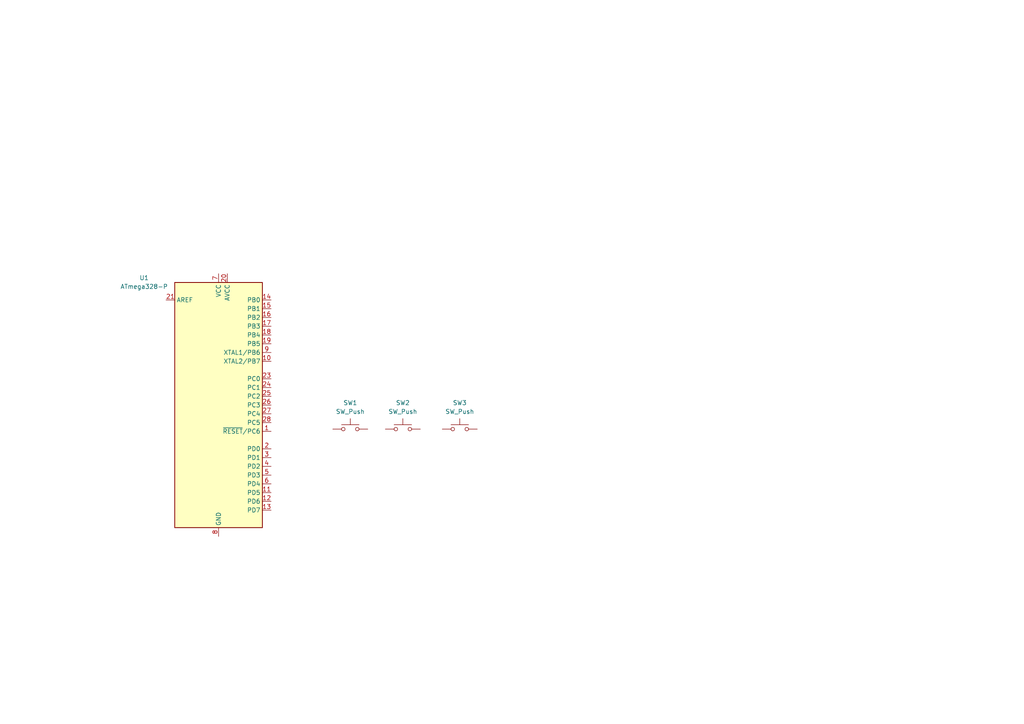
<source format=kicad_sch>
(kicad_sch (version 20250114) (generator "eeschema") (generator_version "9.0")
  (paper "A4")
  (lib_symbols
    (symbol "MCU_Microchip_ATmega:ATmega328-P"
      (property "Reference" "U" (at -12.7 36.83 0))
      (property "Value" "ATmega328-P" (at 2.54 -36.83 0))
      (symbol "ATmega328-P_0_1"
        (rectangle (start -12.7 -35.56) (end 12.7 35.56) (stroke (width 0.254)) (fill (type background)))
      )
      (symbol "ATmega328-P_1_1"
        (pin passive line (at -15.24 30.48 0) (length 2.54) (name "AREF") (number "21"))
        (pin power_in line (at 0 38.1 270) (length 2.54) (name "VCC") (number "7"))
        (pin passive line (at 0 -38.1 90) (length 2.54) (hide yes) (name "GND") (number "22"))
        (pin power_in line (at 0 -38.1 90) (length 2.54) (name "GND") (number "8"))
        (pin power_in line (at 2.54 38.1 270) (length 2.54) (name "AVCC") (number "20"))
        (pin bidirectional line (at 15.24 30.48 180) (length 2.54) (name "PB0") (number "14"))
        (pin bidirectional line (at 15.24 27.94 180) (length 2.54) (name "PB1") (number "15"))
        (pin bidirectional line (at 15.24 25.4 180) (length 2.54) (name "PB2") (number "16"))
        (pin bidirectional line (at 15.24 22.86 180) (length 2.54) (name "PB3") (number "17"))
        (pin bidirectional line (at 15.24 20.32 180) (length 2.54) (name "PB4") (number "18"))
        (pin bidirectional line (at 15.24 17.78 180) (length 2.54) (name "PB5") (number "19"))
        (pin bidirectional line (at 15.24 15.24 180) (length 2.54) (name "XTAL1/PB6") (number "9"))
        (pin bidirectional line (at 15.24 12.7 180) (length 2.54) (name "XTAL2/PB7") (number "10"))
        (pin bidirectional line (at 15.24 7.62 180) (length 2.54) (name "PC0") (number "23"))
        (pin bidirectional line (at 15.24 5.08 180) (length 2.54) (name "PC1") (number "24"))
        (pin bidirectional line (at 15.24 2.54 180) (length 2.54) (name "PC2") (number "25"))
        (pin bidirectional line (at 15.24 0 180) (length 2.54) (name "PC3") (number "26"))
        (pin bidirectional line (at 15.24 -2.54 180) (length 2.54) (name "PC4") (number "27"))
        (pin bidirectional line (at 15.24 -5.08 180) (length 2.54) (name "PC5") (number "28"))
        (pin bidirectional line (at 15.24 -7.62 180) (length 2.54) (name "~{RESET}/PC6") (number "1"))
        (pin bidirectional line (at 15.24 -12.7 180) (length 2.54) (name "PD0") (number "2"))
        (pin bidirectional line (at 15.24 -15.24 180) (length 2.54) (name "PD1") (number "3"))
        (pin bidirectional line (at 15.24 -17.78 180) (length 2.54) (name "PD2") (number "4"))
        (pin bidirectional line (at 15.24 -20.32 180) (length 2.54) (name "PD3") (number "5"))
        (pin bidirectional line (at 15.24 -22.86 180) (length 2.54) (name "PD4") (number "6"))
        (pin bidirectional line (at 15.24 -25.4 180) (length 2.54) (name "PD5") (number "11"))
        (pin bidirectional line (at 15.24 -27.94 180) (length 2.54) (name "PD6") (number "12"))
        (pin bidirectional line (at 15.24 -30.48 180) (length 2.54) (name "PD7") (number "13"))
      )
    )
    (symbol "Switch:SW_Push" (pin_numbers (hide yes)) (pin_names (offset 1.016) (hide yes))
      (property "Reference" "SW" (at 1.27 2.54 0))
      (property "Value" "SW_Push" (at 0 -1.524 0))
      (symbol "SW_Push_0_1"
        (circle (center -2.032 0) (radius 0.508))
        (polyline (pts (xy 0 1.27) (xy 0 3.048)))
        (circle (center 2.032 0) (radius 0.508))
        (polyline (pts (xy 2.54 1.27) (xy -2.54 1.27)))
        (pin passive line (at -5.08 0 0) (length 2.54) (name "1") (number "1"))
        (pin passive line (at 5.08 0 180) (length 2.54) (name "2") (number "2"))
      )
    )
  )
  (symbol (lib_id "Switch:SW_Push") (at 133.35 124.46 0) (unit 1)
    (property "Reference" "SW3" (at 133.35 116.84 0))
    (property "Value" "SW_Push" (at 133.35 119.38 0))
    (property "Description" "Push button switch, generic, two pins" (effects (hide yes)))
  )
  (symbol (lib_id "Switch:SW_Push") (at 101.6 124.46 0) (unit 1)
    (property "Reference" "SW1" (at 101.6 116.84 0))
    (property "Value" "SW_Push" (at 101.6 119.38 0))
    (property "Description" "Push button switch, generic, two pins" (effects (hide yes)))
  )
  (symbol (lib_id "Switch:SW_Push") (at 116.84 124.46 0) (unit 1)
    (property "Reference" "SW2" (at 116.84 116.84 0))
    (property "Value" "SW_Push" (at 116.84 119.38 0))
    (property "Description" "Push button switch, generic, two pins" (effects (hide yes)))
  )
  (symbol (lib_id "MCU_Microchip_ATmega:ATmega328-P") (at 63.3915 117.484 0) (unit 1)
    (property "Reference" "U1" (at 41.8015 80.5838 0))
    (property "Value" "ATmega328-P" (at 41.8015 83.1238 0))
    (property "Footprint" "Package_DIP:DIP-28_W7.62mm" (effects (hide yes)))
    (property "Datasheet" "http://ww1.microchip.com/downloads/en/DeviceDoc/ATmega328_P%20AVR%20MCU%20with%20picoPower%20Technology%20Data%20Sheet%2040001984A.pdf" (effects (hide yes)))
    (property "Description" "20MHz, 32kB Flash, 2kB SRAM, 1kB EEPROM, DIP-28" (effects (hide yes)))
  )
)
</source>
